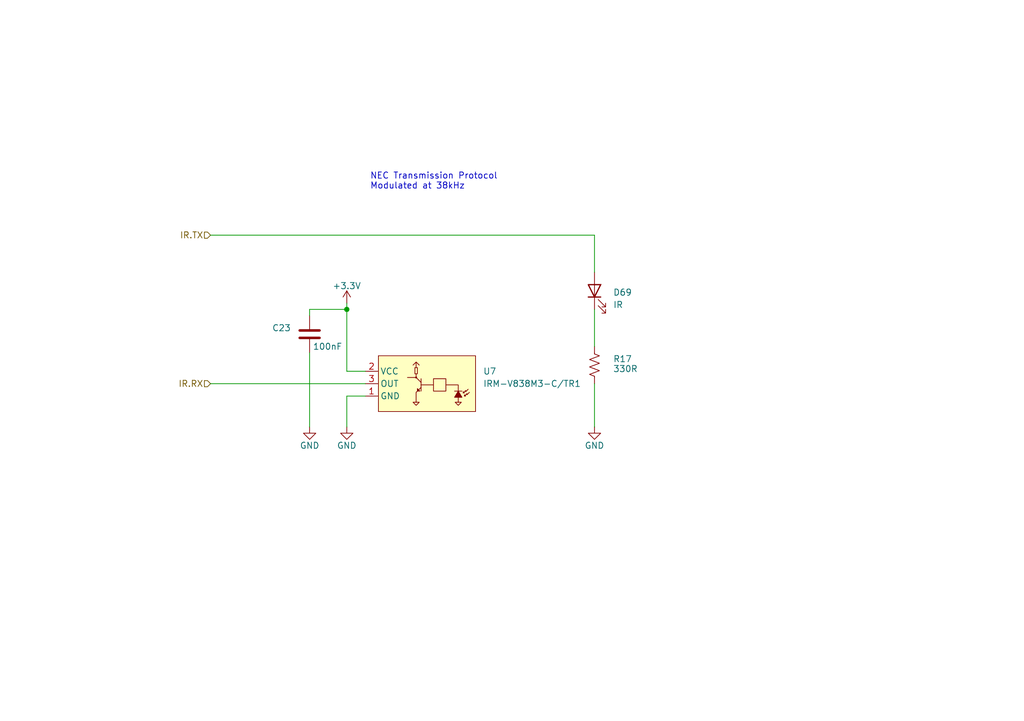
<source format=kicad_sch>
(kicad_sch (version 20250114) (generator "eeschema") (generator_version "9.0")
  (paper "A5")
  (title_block (title "IR Transciever") (date "2025-04-27") (rev "2.0.0") (company "George Sleen"))
  (lib_symbols
    (symbol "GS_Capacitor_0402:C_0402_100nF" (pin_numbers (hide yes)) (pin_names (offset 0.254))
      (property "Reference" "C" (at 0.635 2.54 0))
      (property "Value" "100nF" (at 0.635 -2.54 0))
      (symbol "C_0402_100nF_0_1"
        (polyline (pts (xy -2.032 0.762) (xy 2.032 0.762)) (stroke (width 0.508)))
        (polyline (pts (xy -2.032 -0.762) (xy 2.032 -0.762)) (stroke (width 0.508)))
      )
      (symbol "C_0402_100nF_1_1"
        (pin passive line (at 0 3.81 270) (length 2.794) (name "~") (number "1"))
        (pin passive line (at 0 -3.81 90) (length 2.794) (name "~") (number "2"))
      )
    )
    (symbol "GS_Optoelectronic:IRM-V838M3-C_TR1"
      (property "Reference" "U" (at 0 8.89 0))
      (property "Value" "IRM-V838M3-C/TR1" (at 0 -8.89 0))
      (symbol "IRM-V838M3-C_TR1_0_1"
        (rectangle (start -3.683 4.445) (end 16.256 -6.985) (fill (type background)))
        (polyline (pts (xy 11.938 -2.794) (xy 13.335 -2.794) (xy 13.462 -2.794)))
        (polyline (pts (xy 12.7 -5.08) (xy 13.335 -5.08) (xy 12.7 -5.715) (xy 12.065 -5.08) (xy 12.7 -5.08)))
      )
      (symbol "IRM-V838M3-C_TR1_1_1"
        (polyline (pts (xy 3.429 2.54) (xy 4.064 3.175) (xy 4.699 2.54)))
        (polyline (pts (xy 4.064 3.048) (xy 4.064 2.032)))
        (polyline (pts (xy 4.064 0) (xy 2.286 0)))
        (polyline (pts (xy 4.064 0) (xy 4.064 0.762) (xy 4.318 0.762) (xy 4.318 2.032) (xy 3.81 2.032) (xy 3.81 0.762) (xy 4.064 0.762)))
        (circle (center 4.064 0) (radius 0.127))
        (polyline (pts (xy 4.064 -5.08) (xy 4.699 -5.08) (xy 4.064 -5.715) (xy 3.429 -5.08) (xy 4.064 -5.08)))
        (polyline (pts (xy 4.318 -2.794) (xy 4.064 -3.048) (xy 4.064 -5.08)))
        (polyline (pts (xy 5.08 -1.016) (xy 4.064 0)))
        (polyline (pts (xy 5.08 -1.524) (xy 5.08 -0.254)))
        (polyline (pts (xy 5.08 -1.524) (xy 5.08 -2.159) (xy 5.08 -2.794)))
        (polyline (pts (xy 5.08 -1.524) (xy 7.62 -1.524) (xy 7.62 -0.254) (xy 10.16 -0.254) (xy 10.16 -2.794) (xy 7.62 -2.794) (xy 7.62 -1.524)))
        (polyline (pts (xy 5.08 -2.032) (xy 4.318 -2.794) (xy 4.318 -2.286) (xy 4.826 -2.794) (xy 4.318 -2.794)) (fill (type outline)))
        (polyline (pts (xy 10.16 -1.524) (xy 12.7 -1.524) (xy 12.7 -2.794)))
        (polyline (pts (xy 12.7 -4.064) (xy 12.7 -4.064) (xy 11.938 -4.064) (xy 12.7 -2.794) (xy 13.462 -4.064) (xy 12.7 -4.064)) (fill (type outline)))
        (polyline (pts (xy 12.7 -5.08) (xy 12.7 -3.81)))
        (polyline (pts (xy 13.716 -3.175) (xy 13.716 -2.921) (xy 13.97 -3.175) (xy 13.716 -3.175)))
        (polyline (pts (xy 13.716 -3.175) (xy 14.224 -2.667) (xy 14.224 -2.921) (xy 14.732 -2.413)))
        (polyline (pts (xy 13.97 -3.81) (xy 13.97 -3.556) (xy 14.224 -3.81) (xy 13.97 -3.81)))
        (polyline (pts (xy 13.97 -3.81) (xy 14.478 -3.302) (xy 14.478 -3.556) (xy 14.986 -3.048)))
        (pin power_in line (at -6.35 1.27 0) (length 2.54) (name "VCC") (number "2"))
        (pin output line (at -6.35 -1.27 0) (length 2.54) (name "OUT") (number "3"))
        (pin power_in line (at -6.35 -3.81 0) (length 2.54) (name "GND") (number "1"))
        (pin input line (at -6.35 -3.81 0) (length 2.54) (hide yes) (name "GND") (number "4"))
      )
    )
    (symbol "GS_Optoelectronic:LED_2.7x3mm_IR_Horizontal" (pin_numbers (hide yes)) (pin_names (offset 1.016) (hide yes))
      (property "Reference" "D" (at 0 2.54 0))
      (property "Value" "IR" (at 0 -2.54 0))
      (symbol "LED_2.7x3mm_IR_Horizontal_0_1"
        (polyline (pts (xy -3.048 -0.762) (xy -4.572 -2.286) (xy -3.81 -2.286) (xy -4.572 -2.286) (xy -4.572 -1.524)))
        (polyline (pts (xy -1.778 -0.762) (xy -3.302 -2.286) (xy -2.54 -2.286) (xy -3.302 -2.286) (xy -3.302 -1.524)))
        (polyline (pts (xy -1.27 0) (xy 1.27 0)))
        (polyline (pts (xy -1.27 -1.27) (xy -1.27 1.27)) (stroke (width 0.254)))
        (polyline (pts (xy 1.27 -1.27) (xy 1.27 1.27) (xy -1.27 0) (xy 1.27 -1.27)) (stroke (width 0.254)))
      )
      (symbol "LED_2.7x3mm_IR_Horizontal_1_1"
        (pin passive line (at -3.81 0 0) (length 2.54) (name "K") (number "1"))
        (pin passive line (at 3.81 0 180) (length 2.54) (name "A") (number "2"))
      )
    )
    (symbol "GS_Resistor_0402:R_0402_330R" (pin_numbers (hide yes)) (pin_names (offset 0))
      (property "Reference" "R" (at 2.54 0 90))
      (property "Value" "330R" (at -2.54 0 90))
      (symbol "R_0402_330R_0_1"
        (polyline (pts (xy 0 2.286) (xy 0 2.54)))
        (polyline (pts (xy 0 2.286) (xy 1.016 1.905) (xy 0 1.524) (xy -1.016 1.143) (xy 0 0.762)))
        (polyline (pts (xy 0 0.762) (xy 1.016 0.381) (xy 0 0) (xy -1.016 -0.381) (xy 0 -0.762)))
        (polyline (pts (xy 0 -0.762) (xy 1.016 -1.143) (xy 0 -1.524) (xy -1.016 -1.905) (xy 0 -2.286)))
        (polyline (pts (xy 0 -2.286) (xy 0 -2.54)))
      )
      (symbol "R_0402_330R_1_1"
        (pin passive line (at 0 3.81 270) (length 1.27) (name "~") (number "1"))
        (pin passive line (at 0 -3.81 90) (length 1.27) (name "~") (number "2"))
      )
    )
    (symbol "power:+3.3V" (power) (pin_numbers (hide yes)) (pin_names (offset 0) (hide yes))
      (property "Value" "+3.3V" (at 0 3.556 0))
      (symbol "+3.3V_0_1"
        (polyline (pts (xy -0.762 1.27) (xy 0 2.54)))
        (polyline (pts (xy 0 2.54) (xy 0.762 1.27)))
        (polyline (pts (xy 0 0) (xy 0 2.54)))
      )
      (symbol "+3.3V_1_1"
        (pin power_in line (at 0 0 90) (length 0) (name "~") (number "1"))
      )
    )
    (symbol "power:GND" (power) (pin_numbers (hide yes)) (pin_names (offset 0) (hide yes))
      (property "Value" "GND" (at 0 -3.81 0))
      (symbol "GND_0_1"
        (polyline (pts (xy 0 0) (xy 0 -1.27) (xy 1.27 -1.27) (xy 0 -2.54) (xy -1.27 -1.27) (xy 0 -1.27)))
      )
      (symbol "GND_1_1"
        (pin power_in line (at 0 0 270) (length 0) (name "~") (number "1"))
      )
    )
  )
  (text_box "NEC Transmission Protocol\nModulated at 38kHz" (at 74.93 34.29 0) (size 35.56 7.62) (margins 0.9525 0.9525 0.9525 0.9525) (stroke (width -0.0001)) (effects (font (size 1.27 1.27)) (justify left top)))
  (junction (at 71.12 63.5))
  (wire (pts (xy 71.12 81.28) (xy 74.93 81.28)))
  (wire (pts (xy 71.12 87.63) (xy 71.12 81.28)))
  (wire (pts (xy 63.5 63.5) (xy 71.12 63.5)))
  (wire (pts (xy 63.5 72.39) (xy 63.5 87.63)))
  (wire (pts (xy 71.12 62.23) (xy 71.12 63.5)))
  (wire (pts (xy 71.12 63.5) (xy 71.12 76.2)))
  (wire (pts (xy 43.18 48.26) (xy 121.92 48.26)))
  (wire (pts (xy 43.18 78.74) (xy 74.93 78.74)))
  (wire (pts (xy 71.12 76.2) (xy 74.93 76.2)))
  (wire (pts (xy 63.5 63.5) (xy 63.5 64.77)))
  (wire (pts (xy 121.92 71.12) (xy 121.92 63.5)))
  (wire (pts (xy 121.92 87.63) (xy 121.92 78.74)))
  (wire (pts (xy 121.92 48.26) (xy 121.92 55.88)))
  (hierarchical_label "IR.RX" (shape input) (at 43.18 78.74 180))
  (hierarchical_label "IR.TX" (shape input) (at 43.18 48.26 180))
  (symbol (lib_id "GS_Optoelectronic:IRM-V838M3-C_TR1") (at 81.28 77.47 0) (unit 1)
    (property "Reference" "U7" (at 99.06 76.1999 0) (effects (justify left)))
    (property "Value" "IRM-V838M3-C/TR1" (at 99.06 78.7399 0) (effects (justify left)))
    (property "Footprint" "GS_Optoelectronics:IRM-V8__M3-C-TR1" (effects (hide yes)))
    (property "Datasheet" "https://www.everlighteurope.com/custom/files/datasheets/DMO-0000605.pdf" (effects (hide yes)))
    (property "Description" "Infrared Remote Receiver (IRM) 38kHz" (effects (hide yes)))
    (property "Manufacturer" "Everlight Elec" (effects (hide yes)))
    (property "Mfr. Part #" "IRM-V838M3-C/TR1" (effects (hide yes)))
    (property "Package" "SMD-4P,3x6.6mm" (effects (hide yes)))
    (property "LCSC ID" "C3291489" (effects (hide yes)))
  )
  (symbol (lib_id "power:GND") (at 71.12 87.63 0) (unit 1)
    (property "Reference" "#PWR077" (effects (hide yes)))
    (property "Value" "GND" (at 71.12 91.44 0))
    (property "Description" "Power symbol creates a global label with name \"GND\" , ground" (effects (hide yes)))
  )
  (symbol (lib_id "power:+3.3V") (at 71.12 62.23 0) (unit 1)
    (property "Reference" "#PWR076" (effects (hide yes)))
    (property "Value" "+3.3V" (at 71.12 58.674 0))
    (property "Description" "Power symbol creates a global label with name \"+3.3V\"" (effects (hide yes)))
  )
  (symbol (lib_id "power:GND") (at 121.92 87.63 0) (unit 1)
    (property "Reference" "#PWR078" (effects (hide yes)))
    (property "Value" "GND" (at 121.92 91.44 0))
    (property "Description" "Power symbol creates a global label with name \"GND\" , ground" (effects (hide yes)))
  )
  (symbol (lib_id "GS_Optoelectronic:LED_2.7x3mm_IR_Horizontal") (at 121.92 59.69 90) (unit 1)
    (property "Reference" "D69" (at 125.73 60.0074 90) (effects (justify right)))
    (property "Value" "IR" (at 125.73 62.5474 90) (effects (justify right)))
    (property "Footprint" "GS_Optoelectronics:LED_SMD_L3.0-W2.7-RD" (effects (hide yes)))
    (property "Datasheet" "https://www.everlighteurope.com/custom/files/datasheets/DIR-0000579.pdf" (effects (hide yes)))
    (property "Description" "IR Light emitting diode" (effects (hide yes)))
    (property "Sim.Pins" "1=K 2=A" (effects (hide yes)))
    (property "LCSC ID" "C181893" (effects (hide yes)))
    (property "Manufacturer" "Everlight Elec" (effects (hide yes)))
    (property "Mfr. Part #" "IR26-61C/L302/TR8" (effects (hide yes)))
    (property "Package" "SMD,2.7x3mm" (effects (hide yes)))
  )
  (symbol (lib_id "power:GND") (at 63.5 87.63 0) (unit 1)
    (property "Reference" "#PWR075" (effects (hide yes)))
    (property "Value" "GND" (at 63.5 91.44 0))
    (property "Description" "Power symbol creates a global label with name \"GND\" , ground" (effects (hide yes)))
  )
  (symbol (lib_id "GS_Capacitor_0402:C_0402_100nF") (at 63.5 68.58 0) (unit 1)
    (property "Reference" "C23" (at 59.69 67.3099 0) (effects (justify right)))
    (property "Value" "100nF" (at 64.135 71.12 0) (effects (justify left)))
    (property "Footprint" "GS_Capacitors:C_0402_1005Metric" (effects (hide yes)))
    (property "Datasheet" "https://www.lcsc.com/datasheet/lcsc_datasheet_2410121315_CCTC-TCC0402X5R104K160AT_C344189.pdf" (effects (hide yes)))
    (property "Description" "100nF 10% Unpolarized Capacitor, 16V Max Voltage, X5R" (effects (hide yes)))
    (property "Manufacturer" "CCTC" (effects (hide yes)))
    (property "Package" "0402" (effects (hide yes)))
    (property "LCSC ID" "C344189" (effects (hide yes)))
    (property "Mfr. Part #" "TCC0402X5R104K160AT" (effects (hide yes)))
  )
  (symbol (lib_id "GS_Resistor_0402:R_0402_330R") (at 121.92 74.93 0) (unit 1)
    (property "Reference" "R17" (at 125.73 73.66 0) (effects (justify left)))
    (property "Value" "330R" (at 128.27 75.692 0))
    (property "Footprint" "GS_Resistors:R_0402_1005Metric" (effects (hide yes)))
    (property "Datasheet" "https://www.lcsc.com/datasheet/lcsc_datasheet_2411071710_FOJAN-FRC0402J331-TS_C2906929.pdf" (effects (hide yes)))
    (property "Description" "330R 5% Resistor, 62.5mW Max Power, 50V Max Voltage, 100ppm" (effects (hide yes)))
    (property "Manufacturer" "FOJAN" (effects (hide yes)))
    (property "Mfr. Part #" "FRC0402J331 TS" (effects (hide yes)))
    (property "LCSC ID" "C2906929" (effects (hide yes)))
    (property "Package" "0402" (effects (hide yes)))
  )
)
</source>
